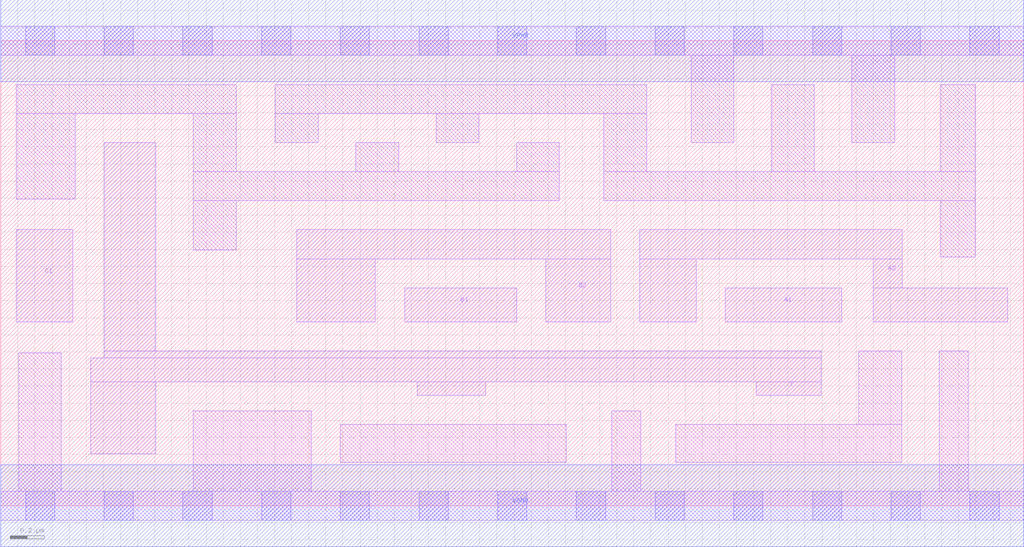
<source format=lef>
# Copyright 2020 The SkyWater PDK Authors
#
# Licensed under the Apache License, Version 2.0 (the "License");
# you may not use this file except in compliance with the License.
# You may obtain a copy of the License at
#
#     https://www.apache.org/licenses/LICENSE-2.0
#
# Unless required by applicable law or agreed to in writing, software
# distributed under the License is distributed on an "AS IS" BASIS,
# WITHOUT WARRANTIES OR CONDITIONS OF ANY KIND, either express or implied.
# See the License for the specific language governing permissions and
# limitations under the License.
#
# SPDX-License-Identifier: Apache-2.0

VERSION 5.7 ;
BUSBITCHARS "[]" ;
DIVIDERCHAR "/" ;
PROPERTYDEFINITIONS
  MACRO maskLayoutSubType STRING ;
  MACRO prCellType STRING ;
  MACRO originalViewName STRING ;
END PROPERTYDEFINITIONS
MACRO sky130_fd_sc_hdll__a221oi_2
  ORIGIN  0.000000  0.000000 ;
  CLASS CORE ;
  SYMMETRY X Y R90 ;
  SIZE  5.980000 BY  2.720000 ;
  SITE unithd ;
  PIN A1
    ANTENNAGATEAREA  0.555000 ;
    DIRECTION INPUT ;
    USE SIGNAL ;
    PORT
      LAYER li1 ;
        RECT 4.235000 1.075000 4.915000 1.275000 ;
    END
  END A1
  PIN A2
    ANTENNAGATEAREA  0.555000 ;
    DIRECTION INPUT ;
    USE SIGNAL ;
    PORT
      LAYER li1 ;
        RECT 3.735000 1.075000 4.065000 1.445000 ;
        RECT 3.735000 1.445000 5.270000 1.615000 ;
        RECT 5.100000 1.075000 5.885000 1.275000 ;
        RECT 5.100000 1.275000 5.270000 1.445000 ;
    END
  END A2
  PIN B1
    ANTENNAGATEAREA  0.555000 ;
    DIRECTION INPUT ;
    USE SIGNAL ;
    PORT
      LAYER li1 ;
        RECT 2.360000 1.075000 3.015000 1.275000 ;
    END
  END B1
  PIN B2
    ANTENNAGATEAREA  0.555000 ;
    DIRECTION INPUT ;
    USE SIGNAL ;
    PORT
      LAYER li1 ;
        RECT 1.730000 1.075000 2.190000 1.445000 ;
        RECT 1.730000 1.445000 3.565000 1.615000 ;
        RECT 3.185000 1.075000 3.565000 1.445000 ;
    END
  END B2
  PIN C1
    ANTENNAGATEAREA  0.555000 ;
    DIRECTION INPUT ;
    USE SIGNAL ;
    PORT
      LAYER li1 ;
        RECT 0.090000 1.075000 0.420000 1.615000 ;
    END
  END C1
  PIN VGND
    DIRECTION INOUT ;
    USE SIGNAL ;
    PORT
      LAYER met1 ;
        RECT 0.000000 -0.240000 5.980000 0.240000 ;
    END
  END VGND
  PIN VPWR
    DIRECTION INOUT ;
    USE SIGNAL ;
    PORT
      LAYER met1 ;
        RECT 0.000000 2.480000 5.980000 2.960000 ;
    END
  END VPWR
  PIN Y
    ANTENNADIFFAREA  0.979000 ;
    DIRECTION OUTPUT ;
    USE SIGNAL ;
    PORT
      LAYER li1 ;
        RECT 0.525000 0.305000 0.905000 0.725000 ;
        RECT 0.525000 0.725000 4.795000 0.865000 ;
        RECT 0.605000 0.865000 4.795000 0.905000 ;
        RECT 0.605000 0.905000 0.905000 2.125000 ;
        RECT 2.435000 0.645000 2.835000 0.725000 ;
        RECT 4.415000 0.645000 4.795000 0.725000 ;
    END
  END Y
  OBS
    LAYER li1 ;
      RECT 0.000000 -0.085000 5.980000 0.085000 ;
      RECT 0.000000  2.635000 5.980000 2.805000 ;
      RECT 0.090000  1.795000 0.435000 2.295000 ;
      RECT 0.090000  2.295000 1.375000 2.465000 ;
      RECT 0.105000  0.085000 0.355000 0.895000 ;
      RECT 1.125000  0.085000 1.815000 0.555000 ;
      RECT 1.125000  1.495000 1.375000 1.785000 ;
      RECT 1.125000  1.785000 3.265000 1.955000 ;
      RECT 1.125000  1.955000 1.375000 2.295000 ;
      RECT 1.605000  2.125000 1.855000 2.295000 ;
      RECT 1.605000  2.295000 3.775000 2.465000 ;
      RECT 1.985000  0.255000 3.305000 0.475000 ;
      RECT 2.075000  1.955000 2.325000 2.125000 ;
      RECT 2.545000  2.125000 2.795000 2.295000 ;
      RECT 3.015000  1.955000 3.265000 2.125000 ;
      RECT 3.525000  1.785000 5.695000 1.955000 ;
      RECT 3.525000  1.955000 3.775000 2.295000 ;
      RECT 3.570000  0.085000 3.740000 0.555000 ;
      RECT 3.945000  0.255000 5.265000 0.475000 ;
      RECT 4.035000  2.125000 4.285000 2.635000 ;
      RECT 4.505000  1.955000 4.755000 2.465000 ;
      RECT 4.975000  2.125000 5.225000 2.635000 ;
      RECT 5.015000  0.475000 5.265000 0.905000 ;
      RECT 5.485000  0.085000 5.655000 0.905000 ;
      RECT 5.490000  1.455000 5.695000 1.785000 ;
      RECT 5.490000  1.955000 5.695000 2.465000 ;
    LAYER mcon ;
      RECT 0.145000 -0.085000 0.315000 0.085000 ;
      RECT 0.145000  2.635000 0.315000 2.805000 ;
      RECT 0.605000 -0.085000 0.775000 0.085000 ;
      RECT 0.605000  2.635000 0.775000 2.805000 ;
      RECT 1.065000 -0.085000 1.235000 0.085000 ;
      RECT 1.065000  2.635000 1.235000 2.805000 ;
      RECT 1.525000 -0.085000 1.695000 0.085000 ;
      RECT 1.525000  2.635000 1.695000 2.805000 ;
      RECT 1.985000 -0.085000 2.155000 0.085000 ;
      RECT 1.985000  2.635000 2.155000 2.805000 ;
      RECT 2.445000 -0.085000 2.615000 0.085000 ;
      RECT 2.445000  2.635000 2.615000 2.805000 ;
      RECT 2.905000 -0.085000 3.075000 0.085000 ;
      RECT 2.905000  2.635000 3.075000 2.805000 ;
      RECT 3.365000 -0.085000 3.535000 0.085000 ;
      RECT 3.365000  2.635000 3.535000 2.805000 ;
      RECT 3.825000 -0.085000 3.995000 0.085000 ;
      RECT 3.825000  2.635000 3.995000 2.805000 ;
      RECT 4.285000 -0.085000 4.455000 0.085000 ;
      RECT 4.285000  2.635000 4.455000 2.805000 ;
      RECT 4.745000 -0.085000 4.915000 0.085000 ;
      RECT 4.745000  2.635000 4.915000 2.805000 ;
      RECT 5.205000 -0.085000 5.375000 0.085000 ;
      RECT 5.205000  2.635000 5.375000 2.805000 ;
      RECT 5.665000 -0.085000 5.835000 0.085000 ;
      RECT 5.665000  2.635000 5.835000 2.805000 ;
  END
  PROPERTY maskLayoutSubType "abstract" ;
  PROPERTY prCellType "standard" ;
  PROPERTY originalViewName "layout" ;
END sky130_fd_sc_hdll__a221oi_2
END LIBRARY

</source>
